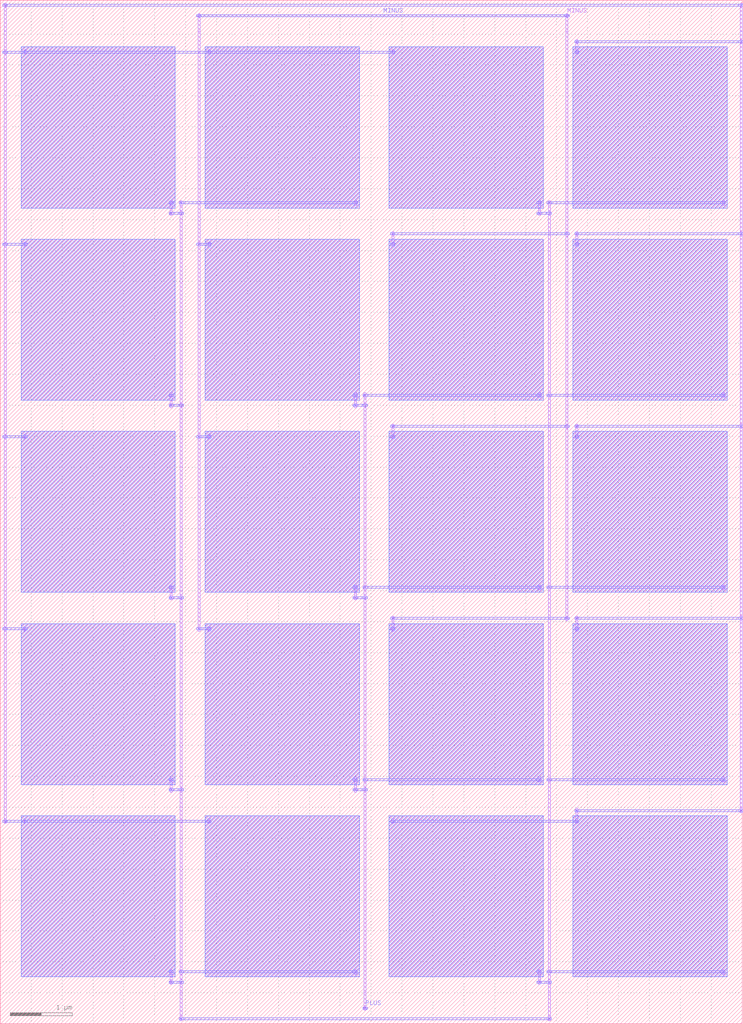
<source format=lef>
MACRO Cap_60fF
  ORIGIN 0 0 ;
  FOREIGN Cap_60fF 0 0 ;
  SIZE 12 BY 16.548 ;
  PIN MINUS
    DIRECTION INOUT ;
    USE SIGNAL ;
    PORT 
      LAYER M1 ;
        RECT 3.2 16.26 3.232 16.332 ;
      LAYER M2 ;
        RECT 3.18 16.28 3.252 16.312 ;
      LAYER M1 ;
        RECT 9.152 16.26 9.184 16.332 ;
      LAYER M2 ;
        RECT 9.132 16.28 9.204 16.312 ;
      LAYER M2 ;
        RECT 3.216 16.28 9.168 16.312 ;
    END
  END MINUS
  PIN PLUS
    DIRECTION INOUT ;
    USE SIGNAL ;
    PORT 
      LAYER M1 ;
        RECT 5.888 0.216 5.92 0.288 ;
      LAYER M2 ;
        RECT 5.868 0.236 5.94 0.268 ;
    END
  END PLUS
  OBS 
  LAYER M1 ;
        RECT 5.728 7.02 5.76 7.092 ;
  LAYER M2 ;
        RECT 5.708 7.04 5.78 7.072 ;
  LAYER M1 ;
        RECT 5.728 6.888 5.76 7.056 ;
  LAYER M1 ;
        RECT 5.728 6.852 5.76 6.924 ;
  LAYER M2 ;
        RECT 5.708 6.872 5.78 6.904 ;
  LAYER M2 ;
        RECT 5.744 6.872 5.904 6.904 ;
  LAYER M1 ;
        RECT 5.888 6.852 5.92 6.924 ;
  LAYER M2 ;
        RECT 5.868 6.872 5.94 6.904 ;
  LAYER M1 ;
        RECT 8.704 7.02 8.736 7.092 ;
  LAYER M2 ;
        RECT 8.684 7.04 8.756 7.072 ;
  LAYER M2 ;
        RECT 5.904 7.04 8.72 7.072 ;
  LAYER M1 ;
        RECT 5.888 7.02 5.92 7.092 ;
  LAYER M2 ;
        RECT 5.868 7.04 5.94 7.072 ;
  LAYER M1 ;
        RECT 5.728 10.128 5.76 10.2 ;
  LAYER M2 ;
        RECT 5.708 10.148 5.78 10.18 ;
  LAYER M1 ;
        RECT 5.728 9.996 5.76 10.164 ;
  LAYER M1 ;
        RECT 5.728 9.96 5.76 10.032 ;
  LAYER M2 ;
        RECT 5.708 9.98 5.78 10.012 ;
  LAYER M2 ;
        RECT 5.744 9.98 5.904 10.012 ;
  LAYER M1 ;
        RECT 5.888 9.96 5.92 10.032 ;
  LAYER M2 ;
        RECT 5.868 9.98 5.94 10.012 ;
  LAYER M1 ;
        RECT 8.704 3.912 8.736 3.984 ;
  LAYER M2 ;
        RECT 8.684 3.932 8.756 3.964 ;
  LAYER M2 ;
        RECT 5.904 3.932 8.72 3.964 ;
  LAYER M1 ;
        RECT 5.888 3.912 5.92 3.984 ;
  LAYER M2 ;
        RECT 5.868 3.932 5.94 3.964 ;
  LAYER M1 ;
        RECT 5.728 3.912 5.76 3.984 ;
  LAYER M2 ;
        RECT 5.708 3.932 5.78 3.964 ;
  LAYER M1 ;
        RECT 5.728 3.78 5.76 3.948 ;
  LAYER M1 ;
        RECT 5.728 3.744 5.76 3.816 ;
  LAYER M2 ;
        RECT 5.708 3.764 5.78 3.796 ;
  LAYER M2 ;
        RECT 5.744 3.764 5.904 3.796 ;
  LAYER M1 ;
        RECT 5.888 3.744 5.92 3.816 ;
  LAYER M2 ;
        RECT 5.868 3.764 5.94 3.796 ;
  LAYER M1 ;
        RECT 8.704 10.128 8.736 10.2 ;
  LAYER M2 ;
        RECT 8.684 10.148 8.756 10.18 ;
  LAYER M2 ;
        RECT 5.904 10.148 8.72 10.18 ;
  LAYER M1 ;
        RECT 5.888 10.128 5.92 10.2 ;
  LAYER M2 ;
        RECT 5.868 10.148 5.94 10.18 ;
  LAYER M1 ;
        RECT 5.888 0.216 5.92 0.288 ;
  LAYER M2 ;
        RECT 5.868 0.236 5.94 0.268 ;
  LAYER M1 ;
        RECT 5.888 0.252 5.92 0.504 ;
  LAYER M1 ;
        RECT 5.888 0.504 5.92 10.164 ;
  LAYER M1 ;
        RECT 2.752 0.804 2.784 0.876 ;
  LAYER M2 ;
        RECT 2.732 0.824 2.804 0.856 ;
  LAYER M1 ;
        RECT 2.752 0.672 2.784 0.84 ;
  LAYER M1 ;
        RECT 2.752 0.636 2.784 0.708 ;
  LAYER M2 ;
        RECT 2.732 0.656 2.804 0.688 ;
  LAYER M2 ;
        RECT 2.768 0.656 2.928 0.688 ;
  LAYER M1 ;
        RECT 2.912 0.636 2.944 0.708 ;
  LAYER M2 ;
        RECT 2.892 0.656 2.964 0.688 ;
  LAYER M1 ;
        RECT 2.752 3.912 2.784 3.984 ;
  LAYER M2 ;
        RECT 2.732 3.932 2.804 3.964 ;
  LAYER M1 ;
        RECT 2.752 3.78 2.784 3.948 ;
  LAYER M1 ;
        RECT 2.752 3.744 2.784 3.816 ;
  LAYER M2 ;
        RECT 2.732 3.764 2.804 3.796 ;
  LAYER M2 ;
        RECT 2.768 3.764 2.928 3.796 ;
  LAYER M1 ;
        RECT 2.912 3.744 2.944 3.816 ;
  LAYER M2 ;
        RECT 2.892 3.764 2.964 3.796 ;
  LAYER M1 ;
        RECT 2.752 7.02 2.784 7.092 ;
  LAYER M2 ;
        RECT 2.732 7.04 2.804 7.072 ;
  LAYER M1 ;
        RECT 2.752 6.888 2.784 7.056 ;
  LAYER M1 ;
        RECT 2.752 6.852 2.784 6.924 ;
  LAYER M2 ;
        RECT 2.732 6.872 2.804 6.904 ;
  LAYER M2 ;
        RECT 2.768 6.872 2.928 6.904 ;
  LAYER M1 ;
        RECT 2.912 6.852 2.944 6.924 ;
  LAYER M2 ;
        RECT 2.892 6.872 2.964 6.904 ;
  LAYER M1 ;
        RECT 2.752 10.128 2.784 10.2 ;
  LAYER M2 ;
        RECT 2.732 10.148 2.804 10.18 ;
  LAYER M1 ;
        RECT 2.752 9.996 2.784 10.164 ;
  LAYER M1 ;
        RECT 2.752 9.96 2.784 10.032 ;
  LAYER M2 ;
        RECT 2.732 9.98 2.804 10.012 ;
  LAYER M2 ;
        RECT 2.768 9.98 2.928 10.012 ;
  LAYER M1 ;
        RECT 2.912 9.96 2.944 10.032 ;
  LAYER M2 ;
        RECT 2.892 9.98 2.964 10.012 ;
  LAYER M1 ;
        RECT 2.752 13.236 2.784 13.308 ;
  LAYER M2 ;
        RECT 2.732 13.256 2.804 13.288 ;
  LAYER M1 ;
        RECT 2.752 13.104 2.784 13.272 ;
  LAYER M1 ;
        RECT 2.752 13.068 2.784 13.14 ;
  LAYER M2 ;
        RECT 2.732 13.088 2.804 13.12 ;
  LAYER M2 ;
        RECT 2.768 13.088 2.928 13.12 ;
  LAYER M1 ;
        RECT 2.912 13.068 2.944 13.14 ;
  LAYER M2 ;
        RECT 2.892 13.088 2.964 13.12 ;
  LAYER M1 ;
        RECT 5.728 0.804 5.76 0.876 ;
  LAYER M2 ;
        RECT 5.708 0.824 5.78 0.856 ;
  LAYER M2 ;
        RECT 2.928 0.824 5.744 0.856 ;
  LAYER M1 ;
        RECT 2.912 0.804 2.944 0.876 ;
  LAYER M2 ;
        RECT 2.892 0.824 2.964 0.856 ;
  LAYER M1 ;
        RECT 5.728 13.236 5.76 13.308 ;
  LAYER M2 ;
        RECT 5.708 13.256 5.78 13.288 ;
  LAYER M2 ;
        RECT 2.928 13.256 5.744 13.288 ;
  LAYER M1 ;
        RECT 2.912 13.236 2.944 13.308 ;
  LAYER M2 ;
        RECT 2.892 13.256 2.964 13.288 ;
  LAYER M1 ;
        RECT 2.912 0.048 2.944 0.12 ;
  LAYER M2 ;
        RECT 2.892 0.068 2.964 0.1 ;
  LAYER M1 ;
        RECT 2.912 0.084 2.944 0.504 ;
  LAYER M1 ;
        RECT 2.912 0.504 2.944 13.272 ;
  LAYER M1 ;
        RECT 8.704 0.804 8.736 0.876 ;
  LAYER M2 ;
        RECT 8.684 0.824 8.756 0.856 ;
  LAYER M1 ;
        RECT 8.704 0.672 8.736 0.84 ;
  LAYER M1 ;
        RECT 8.704 0.636 8.736 0.708 ;
  LAYER M2 ;
        RECT 8.684 0.656 8.756 0.688 ;
  LAYER M2 ;
        RECT 8.72 0.656 8.88 0.688 ;
  LAYER M1 ;
        RECT 8.864 0.636 8.896 0.708 ;
  LAYER M2 ;
        RECT 8.844 0.656 8.916 0.688 ;
  LAYER M1 ;
        RECT 8.704 13.236 8.736 13.308 ;
  LAYER M2 ;
        RECT 8.684 13.256 8.756 13.288 ;
  LAYER M1 ;
        RECT 8.704 13.104 8.736 13.272 ;
  LAYER M1 ;
        RECT 8.704 13.068 8.736 13.14 ;
  LAYER M2 ;
        RECT 8.684 13.088 8.756 13.12 ;
  LAYER M2 ;
        RECT 8.72 13.088 8.88 13.12 ;
  LAYER M1 ;
        RECT 8.864 13.068 8.896 13.14 ;
  LAYER M2 ;
        RECT 8.844 13.088 8.916 13.12 ;
  LAYER M1 ;
        RECT 11.68 0.804 11.712 0.876 ;
  LAYER M2 ;
        RECT 11.66 0.824 11.732 0.856 ;
  LAYER M2 ;
        RECT 8.88 0.824 11.696 0.856 ;
  LAYER M1 ;
        RECT 8.864 0.804 8.896 0.876 ;
  LAYER M2 ;
        RECT 8.844 0.824 8.916 0.856 ;
  LAYER M1 ;
        RECT 11.68 3.912 11.712 3.984 ;
  LAYER M2 ;
        RECT 11.66 3.932 11.732 3.964 ;
  LAYER M2 ;
        RECT 8.88 3.932 11.696 3.964 ;
  LAYER M1 ;
        RECT 8.864 3.912 8.896 3.984 ;
  LAYER M2 ;
        RECT 8.844 3.932 8.916 3.964 ;
  LAYER M1 ;
        RECT 11.68 7.02 11.712 7.092 ;
  LAYER M2 ;
        RECT 11.66 7.04 11.732 7.072 ;
  LAYER M2 ;
        RECT 8.88 7.04 11.696 7.072 ;
  LAYER M1 ;
        RECT 8.864 7.02 8.896 7.092 ;
  LAYER M2 ;
        RECT 8.844 7.04 8.916 7.072 ;
  LAYER M1 ;
        RECT 11.68 10.128 11.712 10.2 ;
  LAYER M2 ;
        RECT 11.66 10.148 11.732 10.18 ;
  LAYER M2 ;
        RECT 8.88 10.148 11.696 10.18 ;
  LAYER M1 ;
        RECT 8.864 10.128 8.896 10.2 ;
  LAYER M2 ;
        RECT 8.844 10.148 8.916 10.18 ;
  LAYER M1 ;
        RECT 11.68 13.236 11.712 13.308 ;
  LAYER M2 ;
        RECT 11.66 13.256 11.732 13.288 ;
  LAYER M2 ;
        RECT 8.88 13.256 11.696 13.288 ;
  LAYER M1 ;
        RECT 8.864 13.236 8.896 13.308 ;
  LAYER M2 ;
        RECT 8.844 13.256 8.916 13.288 ;
  LAYER M1 ;
        RECT 8.864 0.048 8.896 0.12 ;
  LAYER M2 ;
        RECT 8.844 0.068 8.916 0.1 ;
  LAYER M1 ;
        RECT 8.864 0.084 8.896 0.504 ;
  LAYER M1 ;
        RECT 8.864 0.504 8.896 13.272 ;
  LAYER M2 ;
        RECT 2.928 0.068 8.88 0.1 ;
  LAYER M1 ;
        RECT 3.36 9.456 3.392 9.528 ;
  LAYER M2 ;
        RECT 3.34 9.476 3.412 9.508 ;
  LAYER M2 ;
        RECT 3.216 9.476 3.376 9.508 ;
  LAYER M1 ;
        RECT 3.2 9.456 3.232 9.528 ;
  LAYER M2 ;
        RECT 3.18 9.476 3.252 9.508 ;
  LAYER M1 ;
        RECT 3.36 12.564 3.392 12.636 ;
  LAYER M2 ;
        RECT 3.34 12.584 3.412 12.616 ;
  LAYER M2 ;
        RECT 3.216 12.584 3.376 12.616 ;
  LAYER M1 ;
        RECT 3.2 12.564 3.232 12.636 ;
  LAYER M2 ;
        RECT 3.18 12.584 3.252 12.616 ;
  LAYER M1 ;
        RECT 3.36 6.348 3.392 6.42 ;
  LAYER M2 ;
        RECT 3.34 6.368 3.412 6.4 ;
  LAYER M2 ;
        RECT 3.216 6.368 3.376 6.4 ;
  LAYER M1 ;
        RECT 3.2 6.348 3.232 6.42 ;
  LAYER M2 ;
        RECT 3.18 6.368 3.252 6.4 ;
  LAYER M1 ;
        RECT 3.2 16.26 3.232 16.332 ;
  LAYER M2 ;
        RECT 3.18 16.28 3.252 16.312 ;
  LAYER M1 ;
        RECT 3.2 16.044 3.232 16.296 ;
  LAYER M1 ;
        RECT 3.2 6.384 3.232 16.044 ;
  LAYER M1 ;
        RECT 6.336 9.456 6.368 9.528 ;
  LAYER M2 ;
        RECT 6.316 9.476 6.388 9.508 ;
  LAYER M1 ;
        RECT 6.336 9.492 6.368 9.66 ;
  LAYER M1 ;
        RECT 6.336 9.624 6.368 9.696 ;
  LAYER M2 ;
        RECT 6.316 9.644 6.388 9.676 ;
  LAYER M2 ;
        RECT 6.352 9.644 9.168 9.676 ;
  LAYER M1 ;
        RECT 9.152 9.624 9.184 9.696 ;
  LAYER M2 ;
        RECT 9.132 9.644 9.204 9.676 ;
  LAYER M1 ;
        RECT 6.336 6.348 6.368 6.42 ;
  LAYER M2 ;
        RECT 6.316 6.368 6.388 6.4 ;
  LAYER M1 ;
        RECT 6.336 6.384 6.368 6.552 ;
  LAYER M1 ;
        RECT 6.336 6.516 6.368 6.588 ;
  LAYER M2 ;
        RECT 6.316 6.536 6.388 6.568 ;
  LAYER M2 ;
        RECT 6.352 6.536 9.168 6.568 ;
  LAYER M1 ;
        RECT 9.152 6.516 9.184 6.588 ;
  LAYER M2 ;
        RECT 9.132 6.536 9.204 6.568 ;
  LAYER M1 ;
        RECT 6.336 12.564 6.368 12.636 ;
  LAYER M2 ;
        RECT 6.316 12.584 6.388 12.616 ;
  LAYER M1 ;
        RECT 6.336 12.6 6.368 12.768 ;
  LAYER M1 ;
        RECT 6.336 12.732 6.368 12.804 ;
  LAYER M2 ;
        RECT 6.316 12.752 6.388 12.784 ;
  LAYER M2 ;
        RECT 6.352 12.752 9.168 12.784 ;
  LAYER M1 ;
        RECT 9.152 12.732 9.184 12.804 ;
  LAYER M2 ;
        RECT 9.132 12.752 9.204 12.784 ;
  LAYER M1 ;
        RECT 9.152 16.26 9.184 16.332 ;
  LAYER M2 ;
        RECT 9.132 16.28 9.204 16.312 ;
  LAYER M1 ;
        RECT 9.152 16.044 9.184 16.296 ;
  LAYER M1 ;
        RECT 9.152 6.552 9.184 16.044 ;
  LAYER M2 ;
        RECT 3.216 16.28 9.168 16.312 ;
  LAYER M1 ;
        RECT 0.384 3.24 0.416 3.312 ;
  LAYER M2 ;
        RECT 0.364 3.26 0.436 3.292 ;
  LAYER M2 ;
        RECT 0.08 3.26 0.4 3.292 ;
  LAYER M1 ;
        RECT 0.064 3.24 0.096 3.312 ;
  LAYER M2 ;
        RECT 0.044 3.26 0.116 3.292 ;
  LAYER M1 ;
        RECT 0.384 6.348 0.416 6.42 ;
  LAYER M2 ;
        RECT 0.364 6.368 0.436 6.4 ;
  LAYER M2 ;
        RECT 0.08 6.368 0.4 6.4 ;
  LAYER M1 ;
        RECT 0.064 6.348 0.096 6.42 ;
  LAYER M2 ;
        RECT 0.044 6.368 0.116 6.4 ;
  LAYER M1 ;
        RECT 0.384 9.456 0.416 9.528 ;
  LAYER M2 ;
        RECT 0.364 9.476 0.436 9.508 ;
  LAYER M2 ;
        RECT 0.08 9.476 0.4 9.508 ;
  LAYER M1 ;
        RECT 0.064 9.456 0.096 9.528 ;
  LAYER M2 ;
        RECT 0.044 9.476 0.116 9.508 ;
  LAYER M1 ;
        RECT 0.384 12.564 0.416 12.636 ;
  LAYER M2 ;
        RECT 0.364 12.584 0.436 12.616 ;
  LAYER M2 ;
        RECT 0.08 12.584 0.4 12.616 ;
  LAYER M1 ;
        RECT 0.064 12.564 0.096 12.636 ;
  LAYER M2 ;
        RECT 0.044 12.584 0.116 12.616 ;
  LAYER M1 ;
        RECT 0.384 15.672 0.416 15.744 ;
  LAYER M2 ;
        RECT 0.364 15.692 0.436 15.724 ;
  LAYER M2 ;
        RECT 0.08 15.692 0.4 15.724 ;
  LAYER M1 ;
        RECT 0.064 15.672 0.096 15.744 ;
  LAYER M2 ;
        RECT 0.044 15.692 0.116 15.724 ;
  LAYER M1 ;
        RECT 0.064 16.428 0.096 16.5 ;
  LAYER M2 ;
        RECT 0.044 16.448 0.116 16.48 ;
  LAYER M1 ;
        RECT 0.064 16.044 0.096 16.464 ;
  LAYER M1 ;
        RECT 0.064 3.276 0.096 16.044 ;
  LAYER M1 ;
        RECT 9.312 3.24 9.344 3.312 ;
  LAYER M2 ;
        RECT 9.292 3.26 9.364 3.292 ;
  LAYER M1 ;
        RECT 9.312 3.276 9.344 3.444 ;
  LAYER M1 ;
        RECT 9.312 3.408 9.344 3.48 ;
  LAYER M2 ;
        RECT 9.292 3.428 9.364 3.46 ;
  LAYER M2 ;
        RECT 9.328 3.428 11.984 3.46 ;
  LAYER M1 ;
        RECT 11.968 3.408 12 3.48 ;
  LAYER M2 ;
        RECT 11.948 3.428 12.02 3.46 ;
  LAYER M1 ;
        RECT 9.312 6.348 9.344 6.42 ;
  LAYER M2 ;
        RECT 9.292 6.368 9.364 6.4 ;
  LAYER M1 ;
        RECT 9.312 6.384 9.344 6.552 ;
  LAYER M1 ;
        RECT 9.312 6.516 9.344 6.588 ;
  LAYER M2 ;
        RECT 9.292 6.536 9.364 6.568 ;
  LAYER M2 ;
        RECT 9.328 6.536 11.984 6.568 ;
  LAYER M1 ;
        RECT 11.968 6.516 12 6.588 ;
  LAYER M2 ;
        RECT 11.948 6.536 12.02 6.568 ;
  LAYER M1 ;
        RECT 9.312 9.456 9.344 9.528 ;
  LAYER M2 ;
        RECT 9.292 9.476 9.364 9.508 ;
  LAYER M1 ;
        RECT 9.312 9.492 9.344 9.66 ;
  LAYER M1 ;
        RECT 9.312 9.624 9.344 9.696 ;
  LAYER M2 ;
        RECT 9.292 9.644 9.364 9.676 ;
  LAYER M2 ;
        RECT 9.328 9.644 11.984 9.676 ;
  LAYER M1 ;
        RECT 11.968 9.624 12 9.696 ;
  LAYER M2 ;
        RECT 11.948 9.644 12.02 9.676 ;
  LAYER M1 ;
        RECT 9.312 12.564 9.344 12.636 ;
  LAYER M2 ;
        RECT 9.292 12.584 9.364 12.616 ;
  LAYER M1 ;
        RECT 9.312 12.6 9.344 12.768 ;
  LAYER M1 ;
        RECT 9.312 12.732 9.344 12.804 ;
  LAYER M2 ;
        RECT 9.292 12.752 9.364 12.784 ;
  LAYER M2 ;
        RECT 9.328 12.752 11.984 12.784 ;
  LAYER M1 ;
        RECT 11.968 12.732 12 12.804 ;
  LAYER M2 ;
        RECT 11.948 12.752 12.02 12.784 ;
  LAYER M1 ;
        RECT 9.312 15.672 9.344 15.744 ;
  LAYER M2 ;
        RECT 9.292 15.692 9.364 15.724 ;
  LAYER M1 ;
        RECT 9.312 15.708 9.344 15.876 ;
  LAYER M1 ;
        RECT 9.312 15.84 9.344 15.912 ;
  LAYER M2 ;
        RECT 9.292 15.86 9.364 15.892 ;
  LAYER M2 ;
        RECT 9.328 15.86 11.984 15.892 ;
  LAYER M1 ;
        RECT 11.968 15.84 12 15.912 ;
  LAYER M2 ;
        RECT 11.948 15.86 12.02 15.892 ;
  LAYER M1 ;
        RECT 11.968 16.428 12 16.5 ;
  LAYER M2 ;
        RECT 11.948 16.448 12.02 16.48 ;
  LAYER M1 ;
        RECT 11.968 16.044 12 16.464 ;
  LAYER M1 ;
        RECT 11.968 3.444 12 16.044 ;
  LAYER M2 ;
        RECT 0.08 16.448 11.984 16.48 ;
  LAYER M1 ;
        RECT 3.36 3.24 3.392 3.312 ;
  LAYER M2 ;
        RECT 3.34 3.26 3.412 3.292 ;
  LAYER M2 ;
        RECT 0.4 3.26 3.376 3.292 ;
  LAYER M1 ;
        RECT 0.384 3.24 0.416 3.312 ;
  LAYER M2 ;
        RECT 0.364 3.26 0.436 3.292 ;
  LAYER M1 ;
        RECT 3.36 15.672 3.392 15.744 ;
  LAYER M2 ;
        RECT 3.34 15.692 3.412 15.724 ;
  LAYER M2 ;
        RECT 0.4 15.692 3.376 15.724 ;
  LAYER M1 ;
        RECT 0.384 15.672 0.416 15.744 ;
  LAYER M2 ;
        RECT 0.364 15.692 0.436 15.724 ;
  LAYER M1 ;
        RECT 6.336 15.672 6.368 15.744 ;
  LAYER M2 ;
        RECT 6.316 15.692 6.388 15.724 ;
  LAYER M2 ;
        RECT 3.376 15.692 6.352 15.724 ;
  LAYER M1 ;
        RECT 3.36 15.672 3.392 15.744 ;
  LAYER M2 ;
        RECT 3.34 15.692 3.412 15.724 ;
  LAYER M1 ;
        RECT 6.336 3.24 6.368 3.312 ;
  LAYER M2 ;
        RECT 6.316 3.26 6.388 3.292 ;
  LAYER M2 ;
        RECT 6.352 3.26 9.328 3.292 ;
  LAYER M1 ;
        RECT 9.312 3.24 9.344 3.312 ;
  LAYER M2 ;
        RECT 9.292 3.26 9.364 3.292 ;
  LAYER M1 ;
        RECT 0.336 0.756 2.832 3.36 ;
  LAYER M3 ;
        RECT 0.336 0.756 2.832 3.36 ;
  LAYER M2 ;
        RECT 0.336 0.756 2.832 3.36 ;
  LAYER M1 ;
        RECT 0.336 3.864 2.832 6.468 ;
  LAYER M3 ;
        RECT 0.336 3.864 2.832 6.468 ;
  LAYER M2 ;
        RECT 0.336 3.864 2.832 6.468 ;
  LAYER M1 ;
        RECT 0.336 6.972 2.832 9.576 ;
  LAYER M3 ;
        RECT 0.336 6.972 2.832 9.576 ;
  LAYER M2 ;
        RECT 0.336 6.972 2.832 9.576 ;
  LAYER M1 ;
        RECT 0.336 10.08 2.832 12.684 ;
  LAYER M3 ;
        RECT 0.336 10.08 2.832 12.684 ;
  LAYER M2 ;
        RECT 0.336 10.08 2.832 12.684 ;
  LAYER M1 ;
        RECT 0.336 13.188 2.832 15.792 ;
  LAYER M3 ;
        RECT 0.336 13.188 2.832 15.792 ;
  LAYER M2 ;
        RECT 0.336 13.188 2.832 15.792 ;
  LAYER M1 ;
        RECT 3.312 0.756 5.808 3.36 ;
  LAYER M3 ;
        RECT 3.312 0.756 5.808 3.36 ;
  LAYER M2 ;
        RECT 3.312 0.756 5.808 3.36 ;
  LAYER M1 ;
        RECT 3.312 3.864 5.808 6.468 ;
  LAYER M3 ;
        RECT 3.312 3.864 5.808 6.468 ;
  LAYER M2 ;
        RECT 3.312 3.864 5.808 6.468 ;
  LAYER M1 ;
        RECT 3.312 6.972 5.808 9.576 ;
  LAYER M3 ;
        RECT 3.312 6.972 5.808 9.576 ;
  LAYER M2 ;
        RECT 3.312 6.972 5.808 9.576 ;
  LAYER M1 ;
        RECT 3.312 10.08 5.808 12.684 ;
  LAYER M3 ;
        RECT 3.312 10.08 5.808 12.684 ;
  LAYER M2 ;
        RECT 3.312 10.08 5.808 12.684 ;
  LAYER M1 ;
        RECT 3.312 13.188 5.808 15.792 ;
  LAYER M3 ;
        RECT 3.312 13.188 5.808 15.792 ;
  LAYER M2 ;
        RECT 3.312 13.188 5.808 15.792 ;
  LAYER M1 ;
        RECT 6.288 0.756 8.784 3.36 ;
  LAYER M3 ;
        RECT 6.288 0.756 8.784 3.36 ;
  LAYER M2 ;
        RECT 6.288 0.756 8.784 3.36 ;
  LAYER M1 ;
        RECT 6.288 3.864 8.784 6.468 ;
  LAYER M3 ;
        RECT 6.288 3.864 8.784 6.468 ;
  LAYER M2 ;
        RECT 6.288 3.864 8.784 6.468 ;
  LAYER M1 ;
        RECT 6.288 6.972 8.784 9.576 ;
  LAYER M3 ;
        RECT 6.288 6.972 8.784 9.576 ;
  LAYER M2 ;
        RECT 6.288 6.972 8.784 9.576 ;
  LAYER M1 ;
        RECT 6.288 10.08 8.784 12.684 ;
  LAYER M3 ;
        RECT 6.288 10.08 8.784 12.684 ;
  LAYER M2 ;
        RECT 6.288 10.08 8.784 12.684 ;
  LAYER M1 ;
        RECT 6.288 13.188 8.784 15.792 ;
  LAYER M3 ;
        RECT 6.288 13.188 8.784 15.792 ;
  LAYER M2 ;
        RECT 6.288 13.188 8.784 15.792 ;
  LAYER M1 ;
        RECT 9.264 0.756 11.76 3.36 ;
  LAYER M3 ;
        RECT 9.264 0.756 11.76 3.36 ;
  LAYER M2 ;
        RECT 9.264 0.756 11.76 3.36 ;
  LAYER M1 ;
        RECT 9.264 3.864 11.76 6.468 ;
  LAYER M3 ;
        RECT 9.264 3.864 11.76 6.468 ;
  LAYER M2 ;
        RECT 9.264 3.864 11.76 6.468 ;
  LAYER M1 ;
        RECT 9.264 6.972 11.76 9.576 ;
  LAYER M3 ;
        RECT 9.264 6.972 11.76 9.576 ;
  LAYER M2 ;
        RECT 9.264 6.972 11.76 9.576 ;
  LAYER M1 ;
        RECT 9.264 10.08 11.76 12.684 ;
  LAYER M3 ;
        RECT 9.264 10.08 11.76 12.684 ;
  LAYER M2 ;
        RECT 9.264 10.08 11.76 12.684 ;
  LAYER M1 ;
        RECT 9.264 13.188 11.76 15.792 ;
  LAYER M3 ;
        RECT 9.264 13.188 11.76 15.792 ;
  LAYER M2 ;
        RECT 9.264 13.188 11.76 15.792 ;
  END 
END Cap_60fF

</source>
